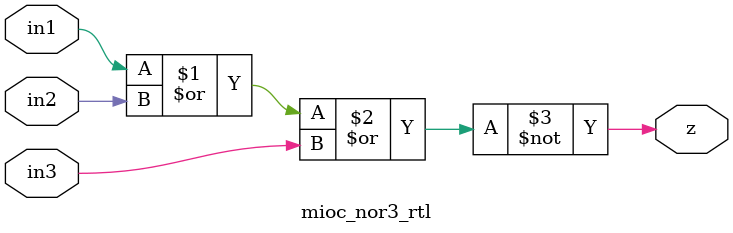
<source format=v>

module mioc_nor3_rtl(
    z,

    in1,            
    in2,
    in3		      
    );

   output z;

   input  in1;
   input  in2;
   input  in3;   

   assign z = ~(in1 | in2 | in3);

endmodule

</source>
